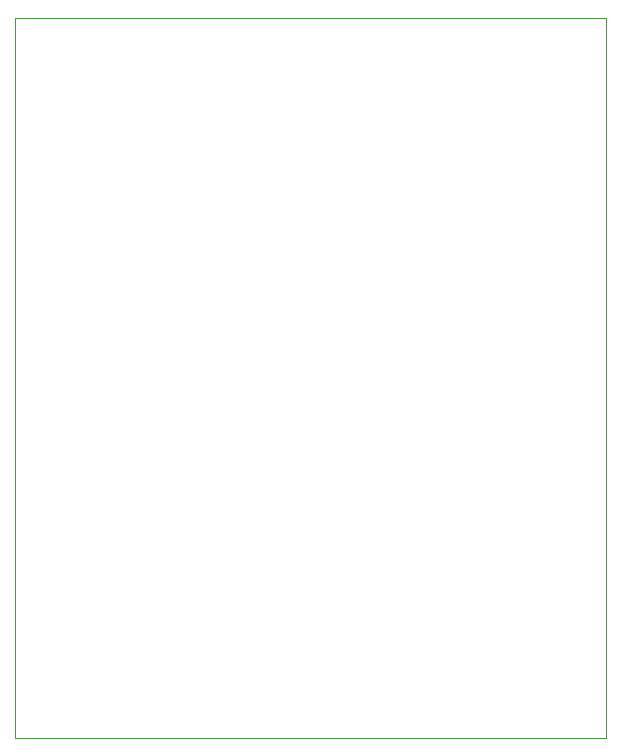
<source format=gbr>
%TF.GenerationSoftware,KiCad,Pcbnew,9.0.1*%
%TF.CreationDate,2025-11-13T22:26:36+01:00*%
%TF.ProjectId,dise_o_v2,64697365-f16f-45f7-9632-2e6b69636164,rev?*%
%TF.SameCoordinates,Original*%
%TF.FileFunction,Profile,NP*%
%FSLAX46Y46*%
G04 Gerber Fmt 4.6, Leading zero omitted, Abs format (unit mm)*
G04 Created by KiCad (PCBNEW 9.0.1) date 2025-11-13 22:26:36*
%MOMM*%
%LPD*%
G01*
G04 APERTURE LIST*
%TA.AperFunction,Profile*%
%ADD10C,0.050000*%
%TD*%
G04 APERTURE END LIST*
D10*
X42980000Y-30480000D02*
X93040426Y-30480000D01*
X93040426Y-91434509D01*
X42980000Y-91434509D01*
X42980000Y-30480000D01*
M02*

</source>
